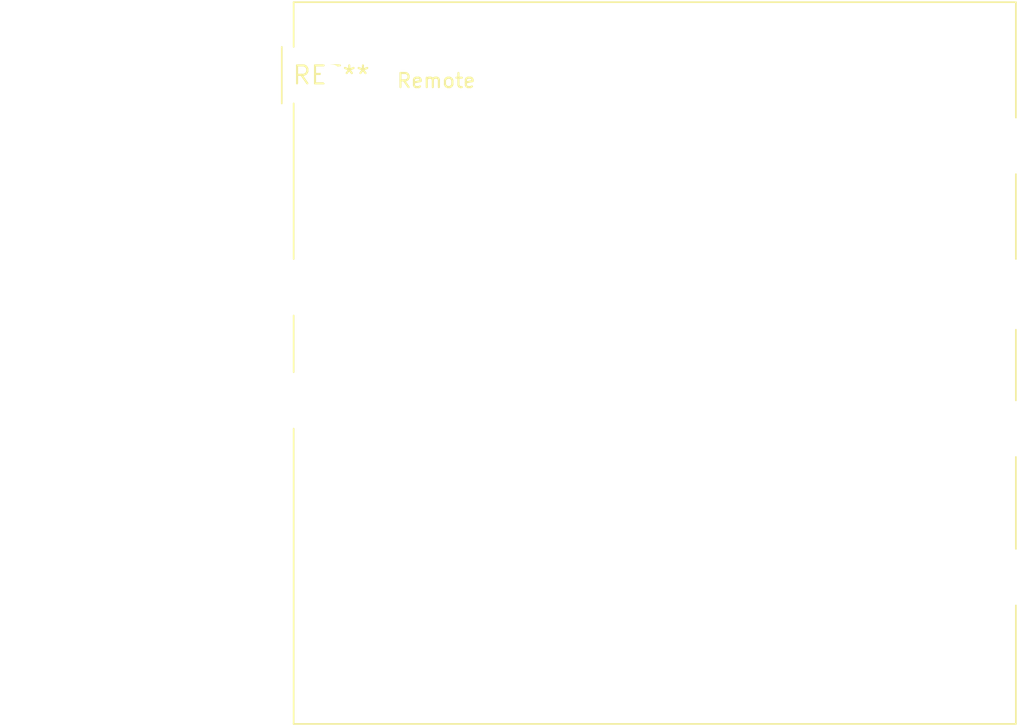
<source format=kicad_pcb>
(kicad_pcb (version 20240108) (generator pcbnew)
  (layers (0 "F.Cu" signal) (31 "B.Cu" signal) (34 "B.Paste" user) (35 "F.Paste" user) (36 "B.SilkS" user "B.Silkscreen") (37 "F.SilkS" user "F.Silkscreen") (38 "B.Mask" user) (39 "F.Mask" user) (44 "Edge.Cuts" user))
  (net 0 "")
  (footprint "Converter_DCDC_Cincon_EC6Cxx_Dual-Triple_THT" (layer "F.Cu") (at 0 0)
    (property "Reference" "REF**")
    (property "Value" "Converter_DCDC_Cincon_EC6Cxx_Dual-Triple_THT")
    (fp_line (start -3.5 -2) (end -3.5 2) (layer "F.SilkS") (stroke (width 0.12)))
    (fp_line (start -2.66 -5.16) (end 48.38 -5.16) (layer "F.SilkS") (stroke (width 0.12)))
    (fp_line (start -2.66 -2) (end -2.66 -5.16) (layer "F.SilkS") (stroke (width 0.12)))
    (fp_line (start -2.66 2) (end -2.66 13) (layer "F.SilkS") (stroke (width 0.12)))
    (fp_line (start -2.66 17) (end -2.66 21) (layer "F.SilkS") (stroke (width 0.12)))
    (fp_line (start -2.66 25) (end -2.66 45.88) (layer "F.SilkS") (stroke (width 0.12)))
    (fp_line (start 48.38 -5.16) (end 48.38 3) (layer "F.SilkS") (stroke (width 0.12)))
    (fp_line (start 48.38 7) (end 48.38 13) (layer "F.SilkS") (stroke (width 0.12)))
    (fp_line (start 48.38 18) (end 48.38 23) (layer "F.SilkS") (stroke (width 0.12)))
    (fp_line (start 48.38 27) (end 48.38 33.5) (layer "F.SilkS") (stroke (width 0.12)))
    (fp_line (start 48.38 45.88) (end -2.66 45.88) (layer "F.SilkS") (stroke (width 0.12)))
    (fp_line (start 48.38 45.88) (end 48.38 37.5) (layer "F.SilkS") (stroke (width 0.12)))
    (fp_text user "Remote" (at 7.413874 0.390812 0) (layer "F.SilkS"))
    (pad "1" thru_hole rect (at 0 0) (size 5.99948 2.54) (drill 1.5) (layers *.Cu *.Mask) (remove_unused_layers))
    (pad "3" thru_hole oval (at 0 15.24) (size 6 2.54) (drill 1.5) (layers *.Cu *.Mask) (remove_unused_layers))
    (pad "4" thru_hole oval (at 0 22.86) (size 6 2.54) (drill 1.5) (layers *.Cu *.Mask) (remove_unused_layers))
    (pad "5" thru_hole oval (at 45.72 5.08) (size 5.99948 2.54) (drill 1.5) (layers *.Cu *.Mask) (remove_unused_layers))
    (pad "6" thru_hole oval (at 45.72 15.24) (size 6 2.54) (drill 1.5) (layers *.Cu *.Mask) (remove_unused_layers))
    (pad "7" thru_hole oval (at 45.72 25.4) (size 6 2.54) (drill 1.5) (layers *.Cu *.Mask) (remove_unused_layers))
    (pad "13" thru_hole oval (at 45.72 35.56) (size 6 2.54) (drill 1.5) (layers *.Cu *.Mask) (remove_unused_layers))
  )
)
</source>
